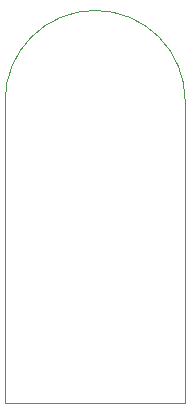
<source format=gm1>
G04 #@! TF.GenerationSoftware,KiCad,Pcbnew,8.0.1*
G04 #@! TF.CreationDate,2024-12-14T14:03:44-06:00*
G04 #@! TF.ProjectId,SD_ProtoBoard,53445f50-726f-4746-9f42-6f6172642e6b,rev?*
G04 #@! TF.SameCoordinates,Original*
G04 #@! TF.FileFunction,Profile,NP*
%FSLAX46Y46*%
G04 Gerber Fmt 4.6, Leading zero omitted, Abs format (unit mm)*
G04 Created by KiCad (PCBNEW 8.0.1) date 2024-12-14 14:03:44*
%MOMM*%
%LPD*%
G01*
G04 APERTURE LIST*
G04 #@! TA.AperFunction,Profile*
%ADD10C,0.101600*%
G04 #@! TD*
G04 APERTURE END LIST*
D10*
X131970001Y-118930000D02*
X147210001Y-118930000D01*
X147210001Y-93348819D02*
X147210001Y-118930000D01*
X131970001Y-93350000D02*
X131970001Y-118930000D01*
X131970001Y-93350000D02*
G75*
G02*
X147209999Y-93348819I7619999J591D01*
G01*
M02*

</source>
